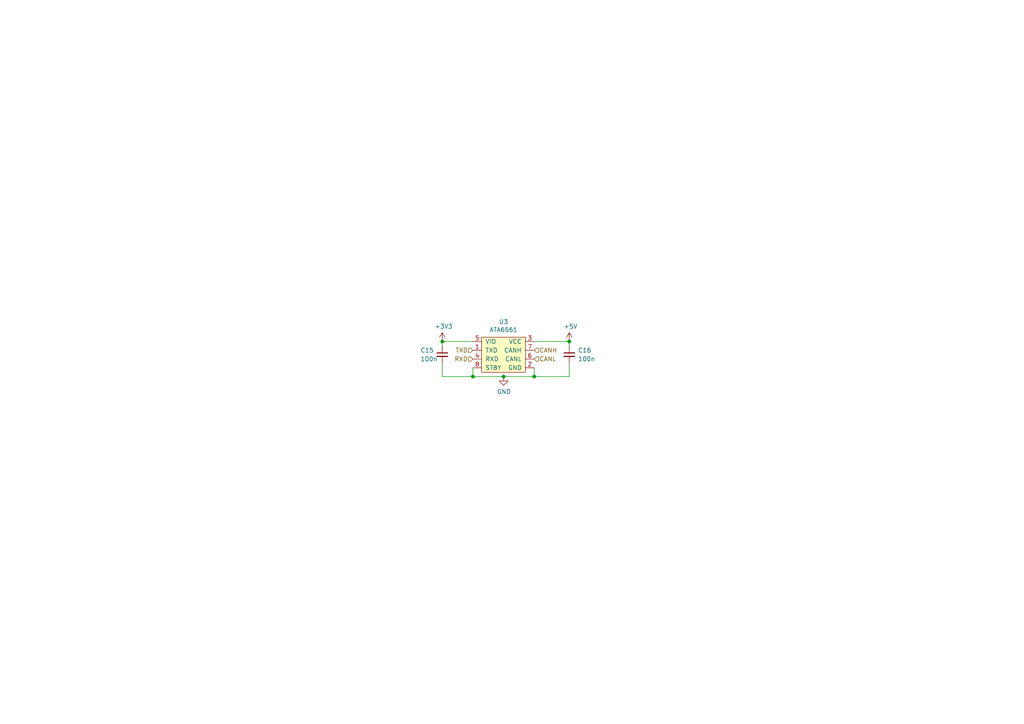
<source format=kicad_sch>
(kicad_sch (version 20211123) (generator eeschema)
  (paper "A4")
  (lib_symbols
    (symbol "Device:C_Small" (pin_numbers hide) (pin_names (offset 0.254) hide)
      (property "Reference" "C" (at 0.254 1.778 0))
      (property "Value" "C_Small" (at 0.254 -2.032 0))
      (symbol "C_Small_0_1"
        (polyline (pts (xy -1.524 -0.508) (xy 1.524 -0.508)) (stroke (width 0.3302)))
        (polyline (pts (xy -1.524 0.508) (xy 1.524 0.508)) (stroke (width 0.3048)))
      )
      (symbol "C_Small_1_1"
        (pin passive line (at 0 2.54 270) (length 2.032) (name "~") (number "1"))
        (pin passive line (at 0 -2.54 90) (length 2.032) (name "~") (number "2"))
      )
    )
    (symbol "extraparts:ATA6561" (pin_names (offset 1.016))
      (property "Reference" "U" (at 0 8.89 0))
      (property "Value" "ATA6561" (at 0 6.35 0))
      (symbol "ATA6561_0_1"
        (rectangle (start -6.35 5.08) (end 6.35 -5.08) (fill (type background)))
      )
      (symbol "ATA6561_1_1"
        (pin bidirectional line (at -8.89 1.27 0) (length 2.54) (name "TXD") (number "1"))
        (pin power_in line (at 8.89 -3.81 180) (length 2.54) (name "GND") (number "2"))
        (pin power_in line (at 8.89 3.81 180) (length 2.54) (name "VCC") (number "3"))
        (pin bidirectional line (at -8.89 -1.27 0) (length 2.54) (name "RXD") (number "4"))
        (pin power_in line (at -8.89 3.81 0) (length 2.54) (name "VIO") (number "5"))
        (pin bidirectional line (at 8.89 -1.27 180) (length 2.54) (name "CANL") (number "6"))
        (pin bidirectional line (at 8.89 1.27 180) (length 2.54) (name "CANH") (number "7"))
        (pin input line (at -8.89 -3.81 0) (length 2.54) (name "STBY") (number "8"))
      )
    )
    (symbol "power:+3V3" (power) (pin_names (offset 0))
      (property "Value" "+3V3" (at 0 3.556 0))
      (symbol "+3V3_0_1"
        (polyline (pts (xy -0.762 1.27) (xy 0 2.54)))
        (polyline (pts (xy 0 0) (xy 0 2.54)))
        (polyline (pts (xy 0 2.54) (xy 0.762 1.27)))
      )
      (symbol "+3V3_1_1"
        (pin power_in line (at 0 0 90) (length 0) hide (name "+3V3") (number "1"))
      )
    )
    (symbol "power:+5V" (power) (pin_names (offset 0))
      (property "Value" "+5V" (at 0 3.556 0))
      (symbol "+5V_0_1"
        (polyline (pts (xy -0.762 1.27) (xy 0 2.54)))
        (polyline (pts (xy 0 0) (xy 0 2.54)))
        (polyline (pts (xy 0 2.54) (xy 0.762 1.27)))
      )
      (symbol "+5V_1_1"
        (pin power_in line (at 0 0 90) (length 0) hide (name "+5V") (number "1"))
      )
    )
    (symbol "power:GND" (power) (pin_names (offset 0))
      (property "Value" "GND" (at 0 -3.81 0))
      (symbol "GND_0_1"
        (polyline (pts (xy 0 0) (xy 0 -1.27) (xy 1.27 -1.27) (xy 0 -2.54) (xy -1.27 -1.27) (xy 0 -1.27)))
      )
      (symbol "GND_1_1"
        (pin power_in line (at 0 0 270) (length 0) hide (name "GND") (number "1"))
      )
    )
  )
  (junction (at 128.27 99.06))
  (junction (at 137.16 109.22))
  (junction (at 146.05 109.22))
  (junction (at 154.94 109.22))
  (junction (at 165.1 99.06))
  (wire (pts (xy 146.05 109.22) (xy 154.94 109.22)))
  (wire (pts (xy 128.27 99.06) (xy 137.16 99.06)))
  (wire (pts (xy 165.1 99.06) (xy 165.1 100.33)))
  (wire (pts (xy 137.16 109.22) (xy 146.05 109.22)))
  (wire (pts (xy 128.27 109.22) (xy 137.16 109.22)))
  (wire (pts (xy 128.27 100.33) (xy 128.27 99.06)))
  (wire (pts (xy 154.94 106.68) (xy 154.94 109.22)))
  (wire (pts (xy 154.94 109.22) (xy 165.1 109.22)))
  (wire (pts (xy 165.1 109.22) (xy 165.1 105.41)))
  (wire (pts (xy 154.94 99.06) (xy 165.1 99.06)))
  (wire (pts (xy 128.27 105.41) (xy 128.27 109.22)))
  (wire (pts (xy 137.16 106.68) (xy 137.16 109.22)))
  (hierarchical_label "CANL" (shape input) (at 154.94 104.14 0))
  (hierarchical_label "CANH" (shape input) (at 154.94 101.6 0))
  (hierarchical_label "RXD" (shape input) (at 137.16 104.14 180))
  (hierarchical_label "TXD" (shape input) (at 137.16 101.6 180))
  (symbol (lib_id "Device:C_Small") (at 128.27 102.87 0) (unit 1)
    (property "Reference" "C15" (at 121.92 101.6 0) (effects (justify left)))
    (property "Value" "100n" (at 121.92 104.14 0) (effects (justify left)))
    (property "Footprint" "Capacitor_SMD:C_0603_1608Metric" (effects hide))
  )
  (symbol (lib_id "Device:C_Small") (at 165.1 102.87 0) (unit 1)
    (property "Reference" "C16" (at 167.64 101.6 0) (effects (justify left)))
    (property "Value" "100n" (at 167.64 104.14 0) (effects (justify left)))
    (property "Footprint" "Capacitor_SMD:C_0603_1608Metric" (effects hide))
  )
  (symbol (lib_id "extraparts:ATA6561") (at 146.05 102.87 0) (unit 1)
    (property "Reference" "U3" (at 146.05 93.345 0))
    (property "Value" "ATA6561" (at 146.05 95.6564 0))
    (property "Footprint" "Package_SO:SOIC-8_3.9x4.9mm_P1.27mm" (effects hide))
  )
  (symbol (lib_id "power:GND") (at 146.05 109.22 0) (unit 1)
    (property "Reference" "#PWR019" (effects hide))
    (property "Value" "GND" (at 146.177 113.6142 0))
  )
  (symbol (lib_id "power:+5V") (at 165.1 99.06 0) (unit 1)
    (property "Reference" "#PWR020" (effects hide))
    (property "Value" "+5V" (at 165.481 94.6658 0))
  )
  (symbol (lib_id "power:+3V3") (at 128.27 99.06 0) (unit 1)
    (property "Reference" "#PWR018" (effects hide))
    (property "Value" "+3V3" (at 128.651 94.6658 0))
  )
)
</source>
